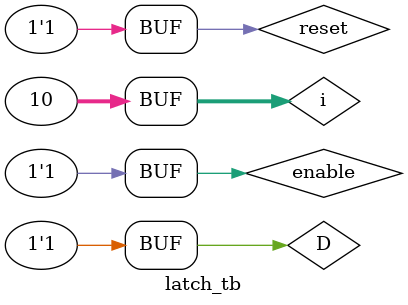
<source format=sv>


`include "d_latch.v"

module latch_tb;
 
  reg D; reg enable; reg reset;

  wire Q;
  
  integer i;
  
  d_latch test_latch(
    .D(D),
    .enable(enable),
    .reset(reset),
    .Q(Q)
  );
  
  initial
    begin
      
      $dumpfile("dump.vcd");
      $dumpvars(0, test_latch);
      
      $monitor("[%0t] D = %d en = %d reset = %d Q = %d", $time, D, enable, reset, Q);
      
      D = 1;
      enable = 0;
      reset = 0;
      
      #10 reset = 1;
      
      for (i=0; i!=10; i=i+1)
        begin
          #5 enable <= ~enable;
          
          #5 D <= i; 
          
        end
     
    end 
      
endmodule // half_adder_tb

</source>
